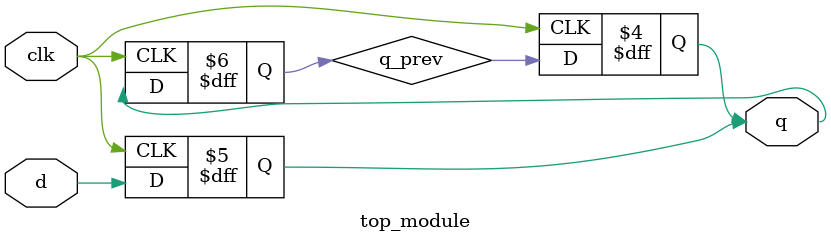
<source format=sv>
module top_module(
    input clk,
    input d,
    output reg q);
    
    reg q_prev;

    always @(posedge clk) begin
        if (clk) begin
            q <= d;
            q_prev <= q;
        end
        else begin
            q_prev <= q;
        end
    end

    always @(negedge clk) begin
        if (~clk) begin
            q <= q_prev;
        end
    end

endmodule

</source>
